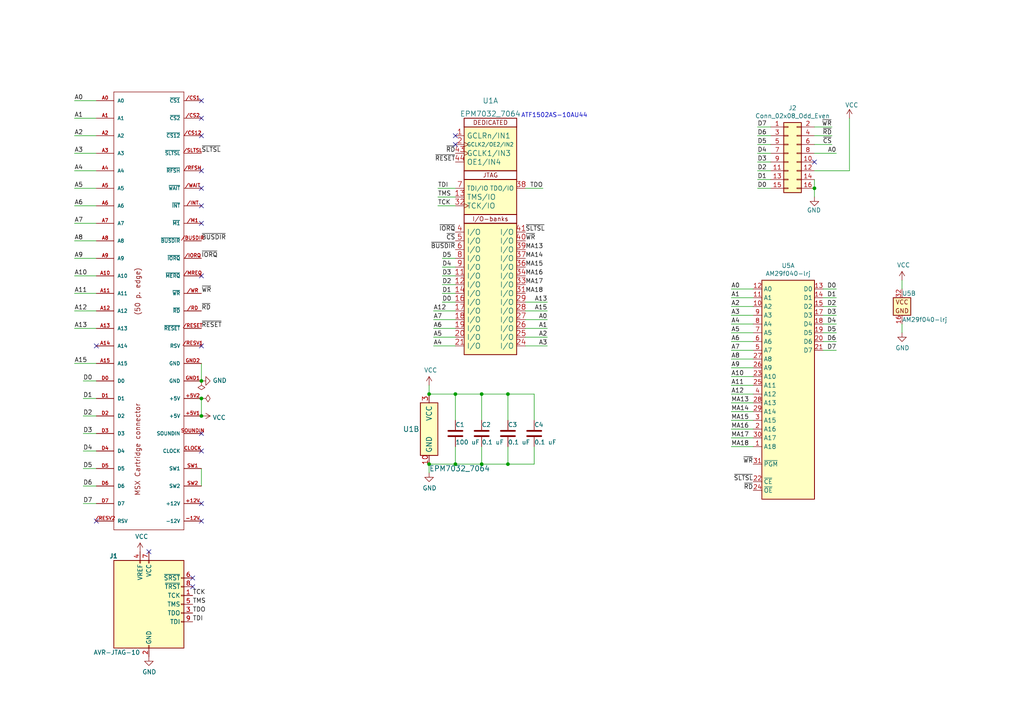
<source format=kicad_sch>
(kicad_sch (version 20211123) (generator eeschema)
  (paper "A4")
  (lib_symbols
    (symbol "AM29f040-lrj_1"
      (property "Reference" "U" (at -10.16 35.56 0))
      (property "Value" "AM29f040-lrj_1" (at 0 -31.75 0))
      (symbol "AM29f040-lrj_1_1_1"
        (rectangle (start -7.62 33.02) (end 7.62 -30.48) (stroke (width 0.254)) (fill (type background)))
        (pin input line (at -10.16 -15.24 0) (length 2.54) (name "A18") (number "1"))
        (pin input line (at -10.16 25.4 0) (length 2.54) (name "A2") (number "10"))
        (pin input line (at -10.16 27.94 0) (length 2.54) (name "A1") (number "11"))
        (pin input line (at -10.16 30.48 0) (length 2.54) (name "A0") (number "12"))
        (pin tri_state line (at 10.16 30.48 180) (length 2.54) (name "D0") (number "13"))
        (pin tri_state line (at 10.16 27.94 180) (length 2.54) (name "D1") (number "14"))
        (pin tri_state line (at 10.16 25.4 180) (length 2.54) (name "D2") (number "15"))
        (pin tri_state line (at 10.16 22.86 180) (length 2.54) (name "D3") (number "17"))
        (pin tri_state line (at 10.16 20.32 180) (length 2.54) (name "D4") (number "18"))
        (pin tri_state line (at 10.16 17.78 180) (length 2.54) (name "D5") (number "19"))
        (pin input line (at -10.16 -10.16 0) (length 2.54) (name "A16") (number "2"))
        (pin tri_state line (at 10.16 15.24 180) (length 2.54) (name "D6") (number "20"))
        (pin tri_state line (at 10.16 12.7 180) (length 2.54) (name "D7") (number "21"))
        (pin input line (at -10.16 -25.4 0) (length 2.54) (name "~{CE}") (number "22"))
        (pin input line (at -10.16 5.08 0) (length 2.54) (name "A10") (number "23"))
        (pin input line (at -10.16 -27.94 0) (length 2.54) (name "~{OE}") (number "24"))
        (pin input line (at -10.16 2.54 0) (length 2.54) (name "A11") (number "25"))
        (pin input line (at -10.16 7.62 0) (length 2.54) (name "A9") (number "26"))
        (pin input line (at -10.16 10.16 0) (length 2.54) (name "A8") (number "27"))
        (pin input line (at -10.16 -2.54 0) (length 2.54) (name "A13") (number "28"))
        (pin input line (at -10.16 -5.08 0) (length 2.54) (name "A14") (number "29"))
        (pin input line (at -10.16 -7.62 0) (length 2.54) (name "A15") (number "3"))
        (pin input line (at -10.16 -12.7 0) (length 2.54) (name "A17") (number "30"))
        (pin input line (at -10.16 -20.32 0) (length 2.54) (name "~{PGM}") (number "31"))
        (pin input line (at -10.16 0 0) (length 2.54) (name "A12") (number "4"))
        (pin input line (at -10.16 12.7 0) (length 2.54) (name "A7") (number "5"))
        (pin input line (at -10.16 15.24 0) (length 2.54) (name "A6") (number "6"))
        (pin input line (at -10.16 17.78 0) (length 2.54) (name "A5") (number "7"))
        (pin input line (at -10.16 20.32 0) (length 2.54) (name "A4") (number "8"))
        (pin input line (at -10.16 22.86 0) (length 2.54) (name "A3") (number "9"))
      )
      (symbol "AM29f040-lrj_1_2_0"
        (text "GND" (at 0 -1.27 0) (effects (font (size 1.27 1.27))))
        (pin power_in line (at 0 -5.08 90) (length 2.54) (name "GND") (number "16"))
        (pin power_in line (at 0 5.08 270) (length 2.54) (name "VCC") (number "32"))
      )
      (symbol "AM29f040-lrj_1_2_1"
        (rectangle (start -2.54 2.54) (end 2.54 -2.54) (stroke (width 0.254)) (fill (type background)))
        (text "VCC" (at 0 1.27 0) (effects (font (size 1.27 1.27))))
      )
    )
    (symbol "Connector:AVR-JTAG-10" (pin_names (offset 1.016))
      (property "Reference" "J" (at -8.89 13.97 0))
      (property "Value" "AVR-JTAG-10" (at 1.27 13.97 0))
      (symbol "AVR-JTAG-10_0_1"
        (rectangle (start -2.667 12.7) (end -2.413 11.938))
        (rectangle (start -0.127 -11.938) (end 0.127 -12.7))
        (rectangle (start -0.127 12.7) (end 0.127 11.938))
        (rectangle (start 10.16 -4.953) (end 9.398 -5.207))
        (rectangle (start 10.16 -2.413) (end 9.398 -2.667))
        (rectangle (start 10.16 0.127) (end 9.398 -0.127))
        (rectangle (start 10.16 2.667) (end 9.398 2.413))
        (rectangle (start 10.16 5.207) (end 9.398 4.953))
        (rectangle (start 10.16 7.747) (end 9.398 7.493))
        (rectangle (start 10.16 12.7) (end -10.16 -12.7) (stroke (width 0.254)) (fill (type background)))
      )
      (symbol "AVR-JTAG-10_1_1"
        (pin passive line (at 12.7 2.54 180) (length 2.54) (name "TCK") (number "1"))
        (pin passive line (at 0 -15.24 90) (length 2.54) hide (name "GND") (number "10"))
        (pin passive line (at 0 -15.24 90) (length 2.54) (name "GND") (number "2"))
        (pin passive line (at 12.7 -2.54 180) (length 2.54) (name "TDO") (number "3"))
        (pin passive line (at -2.54 15.24 270) (length 2.54) (name "VREF") (number "4"))
        (pin passive line (at 12.7 0 180) (length 2.54) (name "TMS") (number "5"))
        (pin passive line (at 12.7 7.62 180) (length 2.54) (name "~{SRST}") (number "6"))
        (pin passive line (at 0 15.24 270) (length 2.54) (name "VCC") (number "7"))
        (pin passive line (at 12.7 5.08 180) (length 2.54) (name "~{TRST}") (number "8"))
        (pin passive line (at 12.7 -5.08 180) (length 2.54) (name "TDI") (number "9"))
      )
    )
    (symbol "Connector_Generic:Conn_02x08_Odd_Even" (pin_names (offset 1.016) hide)
      (property "Reference" "J" (at 1.27 10.16 0))
      (property "Value" "Conn_02x08_Odd_Even" (at 1.27 -12.7 0))
      (symbol "Conn_02x08_Odd_Even_1_1"
        (rectangle (start -1.27 -10.033) (end 0 -10.287) (stroke (width 0.1524)))
        (rectangle (start -1.27 -7.493) (end 0 -7.747) (stroke (width 0.1524)))
        (rectangle (start -1.27 -4.953) (end 0 -5.207) (stroke (width 0.1524)))
        (rectangle (start -1.27 -2.413) (end 0 -2.667) (stroke (width 0.1524)))
        (rectangle (start -1.27 0.127) (end 0 -0.127) (stroke (width 0.1524)))
        (rectangle (start -1.27 2.667) (end 0 2.413) (stroke (width 0.1524)))
        (rectangle (start -1.27 5.207) (end 0 4.953) (stroke (width 0.1524)))
        (rectangle (start -1.27 7.747) (end 0 7.493) (stroke (width 0.1524)))
        (rectangle (start -1.27 8.89) (end 3.81 -11.43) (stroke (width 0.254)) (fill (type background)))
        (rectangle (start 3.81 -10.033) (end 2.54 -10.287) (stroke (width 0.1524)))
        (rectangle (start 3.81 -7.493) (end 2.54 -7.747) (stroke (width 0.1524)))
        (rectangle (start 3.81 -4.953) (end 2.54 -5.207) (stroke (width 0.1524)))
        (rectangle (start 3.81 -2.413) (end 2.54 -2.667) (stroke (width 0.1524)))
        (rectangle (start 3.81 0.127) (end 2.54 -0.127) (stroke (width 0.1524)))
        (rectangle (start 3.81 2.667) (end 2.54 2.413) (stroke (width 0.1524)))
        (rectangle (start 3.81 5.207) (end 2.54 4.953) (stroke (width 0.1524)))
        (rectangle (start 3.81 7.747) (end 2.54 7.493) (stroke (width 0.1524)))
        (pin passive line (at -5.08 7.62 0) (length 3.81) (name "Pin_1") (number "1"))
        (pin passive line (at 7.62 -2.54 180) (length 3.81) (name "Pin_10") (number "10"))
        (pin passive line (at -5.08 -5.08 0) (length 3.81) (name "Pin_11") (number "11"))
        (pin passive line (at 7.62 -5.08 180) (length 3.81) (name "Pin_12") (number "12"))
        (pin passive line (at -5.08 -7.62 0) (length 3.81) (name "Pin_13") (number "13"))
        (pin passive line (at 7.62 -7.62 180) (length 3.81) (name "Pin_14") (number "14"))
        (pin passive line (at -5.08 -10.16 0) (length 3.81) (name "Pin_15") (number "15"))
        (pin passive line (at 7.62 -10.16 180) (length 3.81) (name "Pin_16") (number "16"))
        (pin passive line (at 7.62 7.62 180) (length 3.81) (name "Pin_2") (number "2"))
        (pin passive line (at -5.08 5.08 0) (length 3.81) (name "Pin_3") (number "3"))
        (pin passive line (at 7.62 5.08 180) (length 3.81) (name "Pin_4") (number "4"))
        (pin passive line (at -5.08 2.54 0) (length 3.81) (name "Pin_5") (number "5"))
        (pin passive line (at 7.62 2.54 180) (length 3.81) (name "Pin_6") (number "6"))
        (pin passive line (at -5.08 0 0) (length 3.81) (name "Pin_7") (number "7"))
        (pin passive line (at 7.62 0 180) (length 3.81) (name "Pin_8") (number "8"))
        (pin passive line (at -5.08 -2.54 0) (length 3.81) (name "Pin_9") (number "9"))
      )
    )
    (symbol "Device:C" (pin_numbers hide) (pin_names (offset 0.254))
      (property "Reference" "C" (at 0.635 2.54 0))
      (property "Value" "C" (at 0.635 -2.54 0))
      (symbol "C_0_1"
        (polyline (pts (xy -2.032 -0.762) (xy 2.032 -0.762)) (stroke (width 0.508)))
        (polyline (pts (xy -2.032 0.762) (xy 2.032 0.762)) (stroke (width 0.508)))
      )
      (symbol "C_1_1"
        (pin passive line (at 0 3.81 270) (length 2.794) (name "~") (number "1"))
        (pin passive line (at 0 -3.81 90) (length 2.794) (name "~") (number "2"))
      )
    )
    (symbol "EPM7032_7064_1" (pin_names (offset 0.762))
      (property "Reference" "U" (at 12.7 35.56 0))
      (property "Value" "EPM7032_7064_1" (at 27.94 5.08 0))
      (symbol "EPM7032_7064_1_1_0"
        (text "DEDICATED" (at 0 34.29 0) (effects (font (size 1.27 1.27))))
        (text "I/O-banks" (at 0 6.35 0) (effects (font (size 1.27 1.27))))
        (text "JTAG" (at 0 19.05 0) (effects (font (size 1.27 1.27))))
      )
      (symbol "EPM7032_7064_1_1_1"
        (rectangle (start -7.62 5.08) (end 7.62 -33.02) (stroke (width 0.254)) (fill (type background)))
        (rectangle (start -7.62 7.62) (end 7.62 5.08) (stroke (width 0.254)))
        (rectangle (start -7.62 17.78) (end 7.62 7.62) (stroke (width 0.254)) (fill (type background)))
        (rectangle (start -7.62 20.32) (end 7.62 17.78) (stroke (width 0.254)))
        (rectangle (start -7.62 33.02) (end 7.62 20.32) (stroke (width 0.254)) (fill (type background)))
        (rectangle (start -7.62 35.56) (end 7.62 33.02) (stroke (width 0.254)))
        (pin input line (at -10.16 30.48 0) (length 2.54) (name "GCLRn/IN1") (number "1"))
        (pin bidirectional line (at -10.16 -10.16 0) (length 2.54) (name "I/O") (number "11"))
        (pin bidirectional line (at -10.16 -12.7 0) (length 2.54) (name "I/O") (number "12"))
        (pin bidirectional line (at -10.16 12.7 0) (length 2.54) (name "TMS/IO") (number "13"))
        (pin bidirectional line (at -10.16 -15.24 0) (length 2.54) (name "I/O") (number "14"))
        (pin bidirectional line (at -10.16 -17.78 0) (length 2.54) (name "I/O") (number "16"))
        (pin bidirectional line (at -10.16 -20.32 0) (length 2.54) (name "I/O") (number "17"))
        (pin bidirectional line (at -10.16 -22.86 0) (length 2.54) (name "I/O") (number "18"))
        (pin bidirectional line (at -10.16 -25.4 0) (length 2.54) (name "I/O") (number "19"))
        (pin input clock (at -10.16 27.94 0) (length 2.54) (name "GCLK2/OE2/IN2") (number "2"))
        (pin bidirectional line (at -10.16 -27.94 0) (length 2.54) (name "I/O") (number "20"))
        (pin bidirectional line (at -10.16 -30.48 0) (length 2.54) (name "I/O") (number "21"))
        (pin bidirectional line (at 10.16 -30.48 180) (length 2.54) (name "I/O") (number "24"))
        (pin bidirectional line (at 10.16 -27.94 180) (length 2.54) (name "I/O") (number "25"))
        (pin bidirectional line (at 10.16 -25.4 180) (length 2.54) (name "I/O") (number "26"))
        (pin bidirectional line (at 10.16 -22.86 180) (length 2.54) (name "I/O") (number "27"))
        (pin bidirectional line (at 10.16 -20.32 180) (length 2.54) (name "I/O") (number "28"))
        (pin bidirectional line (at 10.16 -17.78 180) (length 2.54) (name "I/O") (number "29"))
        (pin bidirectional line (at 10.16 -15.24 180) (length 2.54) (name "I/O") (number "31"))
        (pin bidirectional clock (at -10.16 10.16 0) (length 2.54) (name "TCK/IO") (number "32"))
        (pin bidirectional line (at 10.16 -12.7 180) (length 2.54) (name "I/O") (number "33"))
        (pin bidirectional line (at 10.16 -10.16 180) (length 2.54) (name "I/O") (number "34"))
        (pin bidirectional line (at 10.16 -7.62 180) (length 2.54) (name "I/O") (number "36"))
        (pin bidirectional line (at 10.16 -5.08 180) (length 2.54) (name "I/O") (number "37"))
        (pin bidirectional line (at 10.16 15.24 180) (length 2.54) (name "TDO/IO") (number "38"))
        (pin bidirectional line (at 10.16 -2.54 180) (length 2.54) (name "I/O") (number "39"))
        (pin bidirectional line (at -10.16 2.54 0) (length 2.54) (name "I/O") (number "4"))
        (pin bidirectional line (at 10.16 0 180) (length 2.54) (name "I/O") (number "40"))
        (pin bidirectional line (at 10.16 2.54 180) (length 2.54) (name "I/O") (number "41"))
        (pin input clock (at -10.16 25.4 0) (length 2.54) (name "GCLK1/IN3") (number "43"))
        (pin input line (at -10.16 22.86 0) (length 2.54) (name "OE1/IN4") (number "44"))
        (pin bidirectional line (at -10.16 0 0) (length 2.54) (name "I/O") (number "5"))
        (pin bidirectional line (at -10.16 -2.54 0) (length 2.54) (name "I/O") (number "6"))
        (pin bidirectional line (at -10.16 15.24 0) (length 2.54) (name "TDI/IO") (number "7"))
        (pin bidirectional line (at -10.16 -5.08 0) (length 2.54) (name "I/O") (number "8"))
        (pin bidirectional line (at -10.16 -7.62 0) (length 2.54) (name "I/O") (number "9"))
      )
      (symbol "EPM7032_7064_1_2_1"
        (rectangle (start -2.54 7.62) (end 2.54 -7.62) (stroke (width 0.254)) (fill (type background)))
        (pin power_in line (at 0 -10.16 90) (length 2.54) (name "GND") (number "10"))
        (pin passive line (at 0 10.16 270) (length 2.54) hide (name "VCC") (number "15"))
        (pin passive line (at 0 -10.16 90) (length 2.54) hide (name "GND") (number "22"))
        (pin passive line (at 0 10.16 270) (length 2.54) hide (name "VCC") (number "23"))
        (pin power_in line (at 0 10.16 270) (length 2.54) (name "VCC") (number "3"))
        (pin passive line (at 0 -10.16 90) (length 2.54) hide (name "GND") (number "30"))
        (pin passive line (at 0 10.16 270) (length 2.54) hide (name "VCC") (number "35"))
        (pin passive line (at 0 -10.16 90) (length 2.54) hide (name "GND") (number "42"))
      )
    )
    (symbol "MSX_USB:AM29f040-lrj"
      (property "Reference" "U" (at -10.16 35.56 0))
      (property "Value" "AM29f040-lrj" (at 0 -31.75 0))
      (symbol "AM29f040-lrj_1_1"
        (rectangle (start -7.62 33.02) (end 7.62 -30.48) (stroke (width 0.254)) (fill (type background)))
        (pin input line (at -10.16 -15.24 0) (length 2.54) (name "A18") (number "1"))
        (pin input line (at -10.16 25.4 0) (length 2.54) (name "A2") (number "10"))
        (pin input line (at -10.16 27.94 0) (length 2.54) (name "A1") (number "11"))
        (pin input line (at -10.16 30.48 0) (length 2.54) (name "A0") (number "12"))
        (pin tri_state line (at 10.16 30.48 180) (length 2.54) (name "D0") (number "13"))
        (pin tri_state line (at 10.16 27.94 180) (length 2.54) (name "D1") (number "14"))
        (pin tri_state line (at 10.16 25.4 180) (length 2.54) (name "D2") (number "15"))
        (pin tri_state line (at 10.16 22.86 180) (length 2.54) (name "D3") (number "17"))
        (pin tri_state line (at 10.16 20.32 180) (length 2.54) (name "D4") (number "18"))
        (pin tri_state line (at 10.16 17.78 180) (length 2.54) (name "D5") (number "19"))
        (pin input line (at -10.16 -10.16 0) (length 2.54) (name "A16") (number "2"))
        (pin tri_state line (at 10.16 15.24 180) (length 2.54) (name "D6") (number "20"))
        (pin tri_state line (at 10.16 12.7 180) (length 2.54) (name "D7") (number "21"))
        (pin input line (at -10.16 -25.4 0) (length 2.54) (name "~{CE}") (number "22"))
        (pin input line (at -10.16 5.08 0) (length 2.54) (name "A10") (number "23"))
        (pin input line (at -10.16 -27.94 0) (length 2.54) (name "~{OE}") (number "24"))
        (pin input line (at -10.16 2.54 0) (length 2.54) (name "A11") (number "25"))
        (pin input line (at -10.16 7.62 0) (length 2.54) (name "A9") (number "26"))
        (pin input line (at -10.16 10.16 0) (length 2.54) (name "A8") (number "27"))
        (pin input line (at -10.16 -2.54 0) (length 2.54) (name "A13") (number "28"))
        (pin input line (at -10.16 -5.08 0) (length 2.54) (name "A14") (number "29"))
        (pin input line (at -10.16 -7.62 0) (length 2.54) (name "A15") (number "3"))
        (pin input line (at -10.16 -12.7 0) (length 2.54) (name "A17") (number "30"))
        (pin input line (at -10.16 -20.32 0) (length 2.54) (name "~{PGM}") (number "31"))
        (pin input line (at -10.16 0 0) (length 2.54) (name "A12") (number "4"))
        (pin input line (at -10.16 12.7 0) (length 2.54) (name "A7") (number "5"))
        (pin input line (at -10.16 15.24 0) (length 2.54) (name "A6") (number "6"))
        (pin input line (at -10.16 17.78 0) (length 2.54) (name "A5") (number "7"))
        (pin input line (at -10.16 20.32 0) (length 2.54) (name "A4") (number "8"))
        (pin input line (at -10.16 22.86 0) (length 2.54) (name "A3") (number "9"))
      )
      (symbol "AM29f040-lrj_2_0"
        (text "GND" (at 0 -1.27 0) (effects (font (size 1.27 1.27))))
        (pin power_in line (at 0 -5.08 90) (length 2.54) (name "GND") (number "16"))
        (pin power_in line (at 0 5.08 270) (length 2.54) (name "VCC") (number "32"))
      )
      (symbol "AM29f040-lrj_2_1"
        (rectangle (start -2.54 2.54) (end 2.54 -2.54) (stroke (width 0.254)) (fill (type background)))
        (text "VCC" (at 0 1.27 0) (effects (font (size 1.27 1.27))))
      )
    )
    (symbol "MSX_USB:EPM7032_7064" (pin_names (offset 0.762))
      (property "Reference" "U" (at 12.7 35.56 0))
      (property "Value" "EPM7032_7064" (at 27.94 5.08 0))
      (symbol "EPM7032_7064_1_0"
        (text "DEDICATED" (at 0 34.29 0) (effects (font (size 1.27 1.27))))
        (text "I/O-banks" (at 0 6.35 0) (effects (font (size 1.27 1.27))))
        (text "JTAG" (at 0 19.05 0) (effects (font (size 1.27 1.27))))
      )
      (symbol "EPM7032_7064_1_1"
        (rectangle (start -7.62 5.08) (end 7.62 -33.02) (stroke (width 0.254)) (fill (type background)))
        (rectangle (start -7.62 7.62) (end 7.62 5.08) (stroke (width 0.254)))
        (rectangle (start -7.62 17.78) (end 7.62 7.62) (stroke (width 0.254)) (fill (type background)))
        (rectangle (start -7.62 20.32) (end 7.62 17.78) (stroke (width 0.254)))
        (rectangle (start -7.62 33.02) (end 7.62 20.32) (stroke (width 0.254)) (fill (type background)))
        (rectangle (start -7.62 35.56) (end 7.62 33.02) (stroke (width 0.254)))
        (pin input line (at -10.16 30.48 0) (length 2.54) (name "GCLRn/IN1") (number "1"))
        (pin bidirectional line (at -10.16 -10.16 0) (length 2.54) (name "I/O") (number "11"))
        (pin bidirectional line (at -10.16 -12.7 0) (length 2.54) (name "I/O") (number "12"))
        (pin bidirectional line (at -10.16 12.7 0) (length 2.54) (name "TMS/IO") (number "13"))
        (pin bidirectional line (at -10.16 -15.24 0) (length 2.54) (name "I/O") (number "14"))
        (pin bidirectional line (at -10.16 -17.78 0) (length 2.54) (name "I/O") (number "16"))
        (pin bidirectional line (at -10.16 -20.32 0) (length 2.54) (name "I/O") (number "17"))
        (pin bidirectional line (at -10.16 -22.86 0) (length 2.54) (name "I/O") (number "18"))
        (pin bidirectional line (at -10.16 -25.4 0) (length 2.54) (name "I/O") (number "19"))
        (pin input clock (at -10.16 27.94 0) (length 2.54) (name "GCLK2/OE2/IN2") (number "2"))
        (pin bidirectional line (at -10.16 -27.94 0) (length 2.54) (name "I/O") (number "20"))
        (pin bidirectional line (at -10.16 -30.48 0) (length 2.54) (name "I/O") (number "21"))
        (pin bidirectional line (at 10.16 -30.48 180) (length 2.54) (name "I/O") (number "24"))
        (pin bidirectional line (at 10.16 -27.94 180) (length 2.54) (name "I/O") (number "25"))
        (pin bidirectional line (at 10.16 -25.4 180) (length 2.54) (name "I/O") (number "26"))
        (pin bidirectional line (at 10.16 -22.86 180) (length 2.54) (name "I/O") (number "27"))
        (pin bidirectional line (at 10.16 -20.32 180) (length 2.54) (name "I/O") (number "28"))
        (pin bidirectional line (at 10.16 -17.78 180) (length 2.54) (name "I/O") (number "29"))
        (pin bidirectional line (at 10.16 -15.24 180) (length 2.54) (name "I/O") (number "31"))
        (pin bidirectional clock (at -10.16 10.16 0) (length 2.54) (name "TCK/IO") (number "32"))
        (pin bidirectional line (at 10.16 -12.7 180) (length 2.54) (name "I/O") (number "33"))
        (pin bidirectional line (at 10.16 -10.16 180) (length 2.54) (name "I/O") (number "34"))
        (pin bidirectional line (at 10.16 -7.62 180) (length 2.54) (name "I/O") (number "36"))
        (pin bidirectional line (at 10.16 -5.08 180) (length 2.54) (name "I/O") (number "37"))
        (pin bidirectional line (at 10.16 15.24 180) (length 2.54) (name "TDO/IO") (number "38"))
        (pin bidirectional line (at 10.16 -2.54 180) (length 2.54) (name "I/O") (number "39"))
        (pin bidirectional line (at -10.16 2.54 0) (length 2.54) (name "I/O") (number "4"))
        (pin bidirectional line (at 10.16 0 180) (length 2.54) (name "I/O") (number "40"))
        (pin bidirectional line (at 10.16 2.54 180) (length 2.54) (name "I/O") (number "41"))
        (pin input clock (at -10.16 25.4 0) (length 2.54) (name "GCLK1/IN3") (number "43"))
        (pin input line (at -10.16 22.86 0) (length 2.54) (name "OE1/IN4") (number "44"))
        (pin bidirectional line (at -10.16 0 0) (length 2.54) (name "I/O") (number "5"))
        (pin bidirectional line (at -10.16 -2.54 0) (length 2.54) (name "I/O") (number "6"))
        (pin bidirectional line (at -10.16 15.24 0) (length 2.54) (name "TDI/IO") (number "7"))
        (pin bidirectional line (at -10.16 -5.08 0) (length 2.54) (name "I/O") (number "8"))
        (pin bidirectional line (at -10.16 -7.62 0) (length 2.54) (name "I/O") (number "9"))
      )
      (symbol "EPM7032_7064_2_1"
        (rectangle (start -2.54 7.62) (end 2.54 -7.62) (stroke (width 0.254)) (fill (type background)))
        (pin power_in line (at 0 -10.16 90) (length 2.54) (name "GND") (number "10"))
        (pin passive line (at 0 10.16 270) (length 2.54) hide (name "VCC") (number "15"))
        (pin passive line (at 0 -10.16 90) (length 2.54) hide (name "GND") (number "22"))
        (pin passive line (at 0 10.16 270) (length 2.54) hide (name "VCC") (number "23"))
        (pin power_in line (at 0 10.16 270) (length 2.54) (name "VCC") (number "3"))
        (pin passive line (at 0 -10.16 90) (length 2.54) hide (name "GND") (number "30"))
        (pin passive line (at 0 10.16 270) (length 2.54) hide (name "VCC") (number "35"))
        (pin passive line (at 0 -10.16 90) (length 2.54) hide (name "GND") (number "42"))
      )
    )
    (symbol "MSX_USB:MSX_CON" (pin_names (offset 1.016)) (in_bom no)
      (symbol "MSX_CON_1_0"
        (polyline (pts (xy -58.42 -10.16) (xy 68.58 -10.16)))
        (polyline (pts (xy -58.42 10.16) (xy -58.42 -10.16)))
        (polyline (pts (xy 68.58 -10.16) (xy 68.58 10.16)))
        (polyline (pts (xy 68.58 10.16) (xy -58.42 10.16)))
        (text "(50 p. edge)" (at 10.7442 3.2512 0) (effects (font (size 1.4224 1.4224))))
        (text "MSX Cartridge connector" (at -35.0774 3.2512 0) (effects (font (size 1.4224 1.4224))))
      )
      (symbol "MSX_CON_1_1"
        (pin power_out line (at -50.8 -15.24 90) (length 5.08) (name "+12V") (number "+12V"))
        (pin power_in line (at -25.4 -15.24 90) (length 5.08) (name "+5V") (number "+5V1"))
        (pin power_in line (at -20.32 -15.24 90) (length 5.08) (name "+5V") (number "+5V2"))
        (pin power_out line (at -55.88 -15.24 90) (length 5.08) (name "-12V") (number "-12V"))
        (pin input line (at 25.4 -15.24 90) (length 5.08) (name "~{BUSDIR}") (number "/BUSDIR"))
        (pin output line (at 66.04 -15.24 90) (length 5.08) (name "~{CS1}") (number "/CS1"))
        (pin output line (at 55.88 -15.24 90) (length 5.08) (name "~{CS12}") (number "/CS12"))
        (pin output line (at 60.96 -15.24 90) (length 5.08) (name "~{CS2}") (number "/CS2"))
        (pin input line (at 35.56 -15.24 90) (length 5.08) (name "~{INT}") (number "/INT"))
        (pin output line (at 20.32 -15.24 90) (length 5.08) (name "~{IORQ}") (number "/IORQ"))
        (pin output line (at 30.48 -15.24 90) (length 5.08) (name "~{M1}") (number "/M1"))
        (pin output line (at 15.24 -15.24 90) (length 5.08) (name "~{MERQ}") (number "/MREQ"))
        (pin output line (at 5.08 -15.24 90) (length 5.08) (name "~{RD}") (number "/RD"))
        (pin output line (at 0 -15.24 90) (length 5.08) (name "~{RESET}") (number "/RESET"))
        (pin unspecified line (at -5.08 -15.24 90) (length 5.08) (name "RSV") (number "/RESV1"))
        (pin unspecified line (at -55.88 15.24 270) (length 5.08) (name "RSV") (number "/RESV2"))
        (pin output line (at 45.72 -15.24 90) (length 5.08) (name "~{RFSH}") (number "/RFSH"))
        (pin output line (at 50.8 -15.24 90) (length 5.08) (name "~{SLTSL}") (number "/SLTSL"))
        (pin input line (at 40.64 -15.24 90) (length 5.08) (name "~{WAIT}") (number "/WAIT"))
        (pin output line (at 10.16 -15.24 90) (length 5.08) (name "~{WR}") (number "/WR"))
        (pin output line (at 66.04 15.24 270) (length 5.08) (name "A0") (number "A0"))
        (pin output line (at 60.96 15.24 270) (length 5.08) (name "A1") (number "A1"))
        (pin output line (at 15.24 15.24 270) (length 5.08) (name "A10") (number "A10"))
        (pin output line (at 10.16 15.24 270) (length 5.08) (name "A11") (number "A11"))
        (pin output line (at 5.08 15.24 270) (length 5.08) (name "A12") (number "A12"))
        (pin output line (at 0 15.24 270) (length 5.08) (name "A13") (number "A13"))
        (pin output line (at -5.08 15.24 270) (length 5.08) (name "A14") (number "A14"))
        (pin output line (at -10.16 15.24 270) (length 5.08) (name "A15") (number "A15"))
        (pin output line (at 55.88 15.24 270) (length 5.08) (name "A2") (number "A2"))
        (pin output line (at 50.8 15.24 270) (length 5.08) (name "A3") (number "A3"))
        (pin output line (at 45.72 15.24 270) (length 5.08) (name "A4") (number "A4"))
        (pin output line (at 40.64 15.24 270) (length 5.08) (name "A5") (number "A5"))
        (pin output line (at 35.56 15.24 270) (length 5.08) (name "A6") (number "A6"))
        (pin output line (at 30.48 15.24 270) (length 5.08) (name "A7") (number "A7"))
        (pin output line (at 25.4 15.24 270) (length 5.08) (name "A8") (number "A8"))
        (pin output line (at 20.32 15.24 270) (length 5.08) (name "A9") (number "A9"))
        (pin output line (at -35.56 -15.24 90) (length 5.08) (name "CLOCK") (number "CLOCK"))
        (pin bidirectional line (at -15.24 15.24 270) (length 5.08) (name "D0") (number "D0"))
        (pin bidirectional line (at -20.32 15.24 270) (length 5.08) (name "D1") (number "D1"))
        (pin bidirectional line (at -25.4 15.24 270) (length 5.08) (name "D2") (number "D2"))
        (pin bidirectional line (at -30.48 15.24 270) (length 5.08) (name "D3") (number "D3"))
        (pin bidirectional line (at -35.56 15.24 270) (length 5.08) (name "D4") (number "D4"))
        (pin bidirectional line (at -40.64 15.24 270) (length 5.08) (name "D5") (number "D5"))
        (pin bidirectional line (at -45.72 15.24 270) (length 5.08) (name "D6") (number "D6"))
        (pin bidirectional line (at -50.8 15.24 270) (length 5.08) (name "D7") (number "D7"))
        (pin power_in line (at -15.24 -15.24 90) (length 5.08) (name "GND") (number "GND1"))
        (pin power_in line (at -10.16 -15.24 90) (length 5.08) (name "GND") (number "GND2"))
        (pin input line (at -30.48 -15.24 90) (length 5.08) (name "SOUNDIN") (number "SOUNDIN"))
        (pin passive line (at -40.64 -15.24 90) (length 5.08) (name "SW1") (number "SW1"))
        (pin passive line (at -45.72 -15.24 90) (length 5.08) (name "SW2") (number "SW2"))
      )
    )
    (symbol "power:GND" (power) (pin_names (offset 0))
      (property "Value" "GND" (at 0 -3.81 0))
      (symbol "GND_0_1"
        (polyline (pts (xy 0 0) (xy 0 -1.27) (xy 1.27 -1.27) (xy 0 -2.54) (xy -1.27 -1.27) (xy 0 -1.27)))
      )
      (symbol "GND_1_1"
        (pin power_in line (at 0 0 270) (length 0) hide (name "GND") (number "1"))
      )
    )
    (symbol "power:PWR_FLAG" (power) (pin_numbers hide) (pin_names (offset 0) hide)
      (property "Value" "PWR_FLAG" (at 0 3.81 0))
      (symbol "PWR_FLAG_0_0"
        (pin power_out line (at 0 0 90) (length 0) (name "pwr") (number "1"))
      )
      (symbol "PWR_FLAG_0_1"
        (polyline (pts (xy 0 0) (xy 0 1.27) (xy -1.016 1.905) (xy 0 2.54) (xy 1.016 1.905) (xy 0 1.27)))
      )
    )
    (symbol "power:VCC" (power) (pin_names (offset 0))
      (property "Value" "VCC" (at 0 3.81 0))
      (symbol "VCC_0_1"
        (polyline (pts (xy -0.762 1.27) (xy 0 2.54)))
        (polyline (pts (xy 0 0) (xy 0 2.54)))
        (polyline (pts (xy 0 2.54) (xy 0.762 1.27)))
      )
      (symbol "VCC_1_1"
        (pin power_in line (at 0 0 90) (length 0) hide (name "VCC") (number "1"))
      )
    )
  )
  (junction (at 58.42 110.49))
  (junction (at 147.32 134.62))
  (junction (at 132.08 134.62))
  (junction (at 139.7 134.62))
  (junction (at 124.46 114.3))
  (junction (at 58.42 120.65))
  (junction (at 139.7 114.3))
  (junction (at 58.42 115.57))
  (junction (at 147.32 114.3))
  (junction (at 236.22 54.61))
  (junction (at 132.08 114.3))
  (junction (at 124.46 134.62))
  (no_connect (at 58.42 64.77))
  (no_connect (at 58.42 39.37))
  (no_connect (at 27.94 100.33))
  (no_connect (at 58.42 130.81))
  (no_connect (at 43.18 160.02))
  (no_connect (at 58.42 151.13))
  (no_connect (at 58.42 49.53))
  (no_connect (at 132.08 39.37))
  (no_connect (at 132.08 41.91))
  (no_connect (at 58.42 100.33))
  (no_connect (at 58.42 34.29))
  (no_connect (at 58.42 80.01))
  (no_connect (at 27.94 151.13))
  (no_connect (at 55.88 170.18))
  (no_connect (at 58.42 54.61))
  (no_connect (at 58.42 29.21))
  (no_connect (at 236.22 46.99))
  (no_connect (at 58.42 146.05))
  (no_connect (at 55.88 167.64))
  (no_connect (at 58.42 125.73))
  (no_connect (at 58.42 59.69))
  (wire (pts (xy 212.09 91.44) (xy 218.44 91.44)))
  (wire (pts (xy 238.76 91.44) (xy 242.57 91.44)))
  (wire (pts (xy 242.57 44.45) (xy 236.22 44.45)))
  (wire (pts (xy 27.94 135.89) (xy 24.13 135.89)))
  (wire (pts (xy 241.3 36.83) (xy 236.22 36.83)))
  (wire (pts (xy 139.7 114.3) (xy 139.7 121.92)))
  (wire (pts (xy 212.09 96.52) (xy 218.44 96.52)))
  (wire (pts (xy 158.75 95.25) (xy 152.4 95.25)))
  (wire (pts (xy 223.52 44.45) (xy 219.71 44.45)))
  (wire (pts (xy 139.7 129.54) (xy 139.7 134.62)))
  (wire (pts (xy 21.59 105.41) (xy 27.94 105.41)))
  (wire (pts (xy 21.59 29.21) (xy 27.94 29.21)))
  (wire (pts (xy 261.62 83.82) (xy 261.62 81.28)))
  (wire (pts (xy 158.75 100.33) (xy 152.4 100.33)))
  (wire (pts (xy 212.09 129.54) (xy 218.44 129.54)))
  (wire (pts (xy 154.94 129.54) (xy 154.94 134.62)))
  (wire (pts (xy 158.75 92.71) (xy 152.4 92.71)))
  (wire (pts (xy 125.73 90.17) (xy 132.08 90.17)))
  (wire (pts (xy 21.59 39.37) (xy 27.94 39.37)))
  (wire (pts (xy 238.76 93.98) (xy 242.57 93.98)))
  (wire (pts (xy 212.09 93.98) (xy 218.44 93.98)))
  (wire (pts (xy 147.32 129.54) (xy 147.32 134.62)))
  (wire (pts (xy 21.59 49.53) (xy 27.94 49.53)))
  (wire (pts (xy 212.09 101.6) (xy 218.44 101.6)))
  (wire (pts (xy 212.09 109.22) (xy 218.44 109.22)))
  (wire (pts (xy 157.48 54.61) (xy 152.4 54.61)))
  (wire (pts (xy 132.08 85.09) (xy 128.27 85.09)))
  (wire (pts (xy 246.38 49.53) (xy 236.22 49.53)))
  (wire (pts (xy 212.09 116.84) (xy 218.44 116.84)))
  (wire (pts (xy 21.59 85.09) (xy 27.94 85.09)))
  (wire (pts (xy 212.09 86.36) (xy 218.44 86.36)))
  (wire (pts (xy 27.94 120.65) (xy 24.13 120.65)))
  (wire (pts (xy 21.59 59.69) (xy 27.94 59.69)))
  (wire (pts (xy 212.09 83.82) (xy 218.44 83.82)))
  (wire (pts (xy 125.73 100.33) (xy 132.08 100.33)))
  (wire (pts (xy 21.59 95.25) (xy 27.94 95.25)))
  (wire (pts (xy 147.32 134.62) (xy 154.94 134.62)))
  (wire (pts (xy 132.08 134.62) (xy 139.7 134.62)))
  (wire (pts (xy 236.22 54.61) (xy 236.22 57.15)))
  (wire (pts (xy 27.94 110.49) (xy 24.13 110.49)))
  (wire (pts (xy 124.46 134.62) (xy 132.08 134.62)))
  (wire (pts (xy 21.59 74.93) (xy 27.94 74.93)))
  (wire (pts (xy 238.76 83.82) (xy 242.57 83.82)))
  (wire (pts (xy 212.09 119.38) (xy 218.44 119.38)))
  (wire (pts (xy 147.32 114.3) (xy 147.32 121.92)))
  (wire (pts (xy 132.08 114.3) (xy 139.7 114.3)))
  (wire (pts (xy 223.52 54.61) (xy 219.71 54.61)))
  (wire (pts (xy 27.94 140.97) (xy 24.13 140.97)))
  (wire (pts (xy 21.59 80.01) (xy 27.94 80.01)))
  (wire (pts (xy 58.42 140.97) (xy 58.42 135.89)))
  (wire (pts (xy 238.76 99.06) (xy 242.57 99.06)))
  (wire (pts (xy 27.94 146.05) (xy 24.13 146.05)))
  (wire (pts (xy 223.52 36.83) (xy 219.71 36.83)))
  (wire (pts (xy 139.7 114.3) (xy 147.32 114.3)))
  (wire (pts (xy 212.09 88.9) (xy 218.44 88.9)))
  (wire (pts (xy 21.59 54.61) (xy 27.94 54.61)))
  (wire (pts (xy 139.7 134.62) (xy 147.32 134.62)))
  (wire (pts (xy 132.08 114.3) (xy 132.08 121.92)))
  (wire (pts (xy 158.75 97.79) (xy 152.4 97.79)))
  (wire (pts (xy 238.76 101.6) (xy 242.57 101.6)))
  (wire (pts (xy 241.3 39.37) (xy 236.22 39.37)))
  (wire (pts (xy 124.46 114.3) (xy 132.08 114.3)))
  (wire (pts (xy 27.94 130.81) (xy 24.13 130.81)))
  (wire (pts (xy 212.09 99.06) (xy 218.44 99.06)))
  (wire (pts (xy 58.42 120.65) (xy 58.42 115.57)))
  (wire (pts (xy 238.76 96.52) (xy 242.57 96.52)))
  (wire (pts (xy 132.08 80.01) (xy 128.27 80.01)))
  (wire (pts (xy 21.59 69.85) (xy 27.94 69.85)))
  (wire (pts (xy 223.52 39.37) (xy 219.71 39.37)))
  (wire (pts (xy 212.09 124.46) (xy 218.44 124.46)))
  (wire (pts (xy 127 59.69) (xy 132.08 59.69)))
  (wire (pts (xy 238.76 88.9) (xy 242.57 88.9)))
  (wire (pts (xy 124.46 134.62) (xy 124.46 137.16)))
  (wire (pts (xy 132.08 87.63) (xy 128.27 87.63)))
  (wire (pts (xy 223.52 41.91) (xy 219.71 41.91)))
  (wire (pts (xy 27.94 115.57) (xy 24.13 115.57)))
  (wire (pts (xy 125.73 92.71) (xy 132.08 92.71)))
  (wire (pts (xy 125.73 97.79) (xy 132.08 97.79)))
  (wire (pts (xy 127 54.61) (xy 132.08 54.61)))
  (wire (pts (xy 21.59 44.45) (xy 27.94 44.45)))
  (wire (pts (xy 212.09 111.76) (xy 218.44 111.76)))
  (wire (pts (xy 212.09 106.68) (xy 218.44 106.68)))
  (wire (pts (xy 236.22 52.07) (xy 236.22 54.61)))
  (wire (pts (xy 125.73 95.25) (xy 132.08 95.25)))
  (wire (pts (xy 246.38 34.29) (xy 246.38 49.53)))
  (wire (pts (xy 223.52 46.99) (xy 219.71 46.99)))
  (wire (pts (xy 212.09 114.3) (xy 218.44 114.3)))
  (wire (pts (xy 132.08 134.62) (xy 132.08 129.54)))
  (wire (pts (xy 132.08 82.55) (xy 128.27 82.55)))
  (wire (pts (xy 212.09 121.92) (xy 218.44 121.92)))
  (wire (pts (xy 132.08 74.93) (xy 128.27 74.93)))
  (wire (pts (xy 21.59 34.29) (xy 27.94 34.29)))
  (wire (pts (xy 127 57.15) (xy 132.08 57.15)))
  (wire (pts (xy 154.94 121.92) (xy 154.94 114.3)))
  (wire (pts (xy 147.32 114.3) (xy 154.94 114.3)))
  (wire (pts (xy 223.52 52.07) (xy 219.71 52.07)))
  (wire (pts (xy 132.08 77.47) (xy 128.27 77.47)))
  (wire (pts (xy 261.62 96.52) (xy 261.62 93.98)))
  (wire (pts (xy 58.42 105.41) (xy 58.42 110.49)))
  (wire (pts (xy 27.94 125.73) (xy 24.13 125.73)))
  (wire (pts (xy 212.09 127) (xy 218.44 127)))
  (wire (pts (xy 223.52 49.53) (xy 219.71 49.53)))
  (wire (pts (xy 158.75 90.17) (xy 152.4 90.17)))
  (wire (pts (xy 212.09 104.14) (xy 218.44 104.14)))
  (wire (pts (xy 21.59 64.77) (xy 27.94 64.77)))
  (wire (pts (xy 236.22 41.91) (xy 241.3 41.91)))
  (wire (pts (xy 158.75 87.63) (xy 152.4 87.63)))
  (wire (pts (xy 238.76 86.36) (xy 242.57 86.36)))
  (wire (pts (xy 124.46 111.76) (xy 124.46 114.3)))
  (wire (pts (xy 21.59 90.17) (xy 27.94 90.17)))
  (text "ATF1502AS-10AU44" (at 151.13 34.29 0) (effects (font (size 1.27 1.27)) (justify left bottom)))
  (label "A15" (at 21.59 105.41 0))
  (label "D7" (at 24.13 146.05 0))
  (label "~{RD}" (at 132.08 44.45 180))
  (label "D4" (at 24.13 130.81 0))
  (label "A8" (at 212.09 104.14 0))
  (label "A4" (at 212.09 93.98 0))
  (label "A1" (at 158.75 95.25 180))
  (label "TDO" (at 55.88 177.8 0))
  (label "D7" (at 242.57 101.6 180))
  (label "TDI" (at 127 54.61 0))
  (label "A4" (at 21.59 49.53 0))
  (label "A15" (at 158.75 90.17 180))
  (label "MA14" (at 152.4 74.93 0))
  (label "D4" (at 242.57 93.98 180))
  (label "A13" (at 21.59 95.25 0))
  (label "~{RD}" (at 58.42 90.17 0))
  (label "D1" (at 128.27 85.09 0))
  (label "~{CS}" (at 132.08 69.85 180))
  (label "D2" (at 242.57 88.9 180))
  (label "MA17" (at 212.09 127 0))
  (label "TCK" (at 55.88 172.72 0))
  (label "D1" (at 242.57 86.36 180))
  (label "A0" (at 242.57 44.45 180))
  (label "TMS" (at 55.88 175.26 0))
  (label "A1" (at 212.09 86.36 0))
  (label "A8" (at 21.59 69.85 0))
  (label "A10" (at 21.59 80.01 0))
  (label "TMS" (at 127 57.15 0))
  (label "D3" (at 24.13 125.73 0))
  (label "D0" (at 219.71 54.61 0))
  (label "D1" (at 24.13 115.57 0))
  (label "A7" (at 21.59 64.77 0))
  (label "A12" (at 212.09 114.3 0))
  (label "~{SLTSL}" (at 152.4 67.31 0))
  (label "A6" (at 212.09 99.06 0))
  (label "D0" (at 24.13 110.49 0))
  (label "~{RESET}" (at 58.42 95.25 0))
  (label "D5" (at 242.57 96.52 180))
  (label "D5" (at 24.13 135.89 0))
  (label "TCK" (at 127 59.69 0))
  (label "A12" (at 21.59 90.17 0))
  (label "D2" (at 128.27 82.55 0))
  (label "TDO" (at 157.48 54.61 180))
  (label "A11" (at 21.59 85.09 0))
  (label "~{IORQ}" (at 132.08 67.31 180))
  (label "D5" (at 128.27 74.93 0))
  (label "A12" (at 125.73 90.17 0))
  (label "A3" (at 21.59 44.45 0))
  (label "D0" (at 242.57 83.82 180))
  (label "D7" (at 219.71 36.83 0))
  (label "D3" (at 242.57 91.44 180))
  (label "A5" (at 212.09 96.52 0))
  (label "D0" (at 128.27 87.63 0))
  (label "A6" (at 21.59 59.69 0))
  (label "A2" (at 21.59 39.37 0))
  (label "A10" (at 212.09 109.22 0))
  (label "A1" (at 21.59 34.29 0))
  (label "MA14" (at 212.09 119.38 0))
  (label "A0" (at 212.09 83.82 0))
  (label "D6" (at 24.13 140.97 0))
  (label "MA18" (at 212.09 129.54 0))
  (label "A6" (at 125.73 95.25 0))
  (label "MA18" (at 152.4 85.09 0))
  (label "MA16" (at 212.09 124.46 0))
  (label "~{CS}" (at 241.3 41.91 180))
  (label "A9" (at 21.59 74.93 0))
  (label "A4" (at 125.73 100.33 0))
  (label "~{SLTSL}" (at 218.44 139.7 180))
  (label "~{RD}" (at 218.44 142.24 180))
  (label "A9" (at 212.09 106.68 0))
  (label "MA17" (at 152.4 82.55 0))
  (label "~{SLTSL}" (at 58.42 44.45 0))
  (label "~{BUSDIR}" (at 132.08 72.39 180))
  (label "A5" (at 21.59 54.61 0))
  (label "A5" (at 125.73 97.79 0))
  (label "MA13" (at 212.09 116.84 0))
  (label "A7" (at 125.73 92.71 0))
  (label "TDI" (at 55.88 180.34 0))
  (label "D1" (at 219.71 52.07 0))
  (label "D5" (at 219.71 41.91 0))
  (label "A3" (at 212.09 91.44 0))
  (label "A3" (at 158.75 100.33 180))
  (label "A2" (at 212.09 88.9 0))
  (label "~{WR}" (at 152.4 69.85 0))
  (label "D3" (at 128.27 80.01 0))
  (label "MA13" (at 152.4 72.39 0))
  (label "~{RESET}" (at 132.08 46.99 180))
  (label "D6" (at 242.57 99.06 180))
  (label "~{BUSDIR}" (at 58.42 69.85 0))
  (label "~{IORQ}" (at 58.42 74.93 0))
  (label "A7" (at 212.09 101.6 0))
  (label "D2" (at 24.13 120.65 0))
  (label "A2" (at 158.75 97.79 180))
  (label "MA16" (at 152.4 80.01 0))
  (label "A0" (at 158.75 92.71 180))
  (label "D4" (at 128.27 77.47 0))
  (label "~{WR}" (at 241.3 36.83 180))
  (label "D6" (at 219.71 39.37 0))
  (label "~{RD}" (at 241.3 39.37 180))
  (label "MA15" (at 212.09 121.92 0))
  (label "~{WR}" (at 58.42 85.09 0))
  (label "D4" (at 219.71 44.45 0))
  (label "D3" (at 219.71 46.99 0))
  (label "~{WR}" (at 218.44 134.62 180))
  (label "A0" (at 21.59 29.21 0))
  (label "A13" (at 158.75 87.63 180))
  (label "A11" (at 212.09 111.76 0))
  (label "D2" (at 219.71 49.53 0))
  (label "MA15" (at 152.4 77.47 0))
  (symbol (lib_id "Connector_Generic:Conn_02x08_Odd_Even") (at 228.6 44.45 0) (unit 1)
    (property "Reference" "J2" (at 229.87 31.3182 0))
    (property "Value" "Conn_02x08_Odd_Even" (at 229.87 33.6296 0))
    (property "Footprint" "msx-usb-kicad-cpld:PinHeader_2x08_P2.54mm_Vertical" (effects hide))
  )
  (symbol (lib_id "power:VCC") (at 58.42 120.65 270) (unit 1)
    (property "Reference" "#PWR02" (effects hide))
    (property "Value" "VCC" (at 61.6458 121.1072 90) (effects (justify left)))
  )
  (symbol (lib_id "power:GND") (at 58.42 110.49 90) (unit 1)
    (property "Reference" "#PWR01" (effects hide))
    (property "Value" "GND" (at 61.6712 110.363 90) (effects (justify right)))
  )
  (symbol (lib_id "power:GND") (at 236.22 57.15 0) (unit 1)
    (property "Reference" "#PWR014" (effects hide))
    (property "Value" "GND" (at 238.125 60.96 0) (effects (justify right)))
  )
  (symbol (lib_id "power:VCC") (at 246.38 34.29 0) (unit 1)
    (property "Reference" "#PWR013" (effects hide))
    (property "Value" "VCC" (at 245.11 30.48 0) (effects (justify left)))
  )
  (symbol (lib_id "power:GND") (at 261.62 96.52 0) (unit 1)
    (property "Reference" "#PWR018" (effects hide))
    (property "Value" "GND" (at 261.747 100.9142 0))
  )
  (symbol (lib_id "power:VCC") (at 261.62 81.28 0) (unit 1)
    (property "Reference" "#PWR017" (effects hide))
    (property "Value" "VCC" (at 262.0518 76.8858 0))
  )
  (symbol (lib_id "Device:C") (at 139.7 125.73 0) (unit 1)
    (property "Reference" "C2" (at 139.7 123.19 0) (effects (justify left)))
    (property "Value" "0.1 uF" (at 139.7 128.27 0) (effects (justify left)))
    (property "Footprint" "Capacitor_SMD:C_0805_2012Metric_Pad1.15x1.40mm_HandSolder" (effects hide))
  )
  (symbol (lib_id "Device:C") (at 147.32 125.73 0) (unit 1)
    (property "Reference" "C3" (at 147.32 123.19 0) (effects (justify left)))
    (property "Value" "0.1 uF" (at 147.32 128.27 0) (effects (justify left)))
    (property "Footprint" "Capacitor_SMD:C_0805_2012Metric_Pad1.15x1.40mm_HandSolder" (effects hide))
  )
  (symbol (lib_id "Device:C") (at 154.94 125.73 0) (unit 1)
    (property "Reference" "C4" (at 154.94 123.19 0) (effects (justify left)))
    (property "Value" "0.1 uF" (at 154.94 128.27 0) (effects (justify left)))
    (property "Footprint" "Capacitor_SMD:C_0805_2012Metric_Pad1.15x1.40mm_HandSolder" (effects hide))
  )
  (symbol (lib_id "Connector:AVR-JTAG-10") (at 43.18 175.26 0) (unit 1)
    (property "Reference" "J1" (at 34.29 161.29 0) (effects (font bold) (justify right)))
    (property "Value" "AVR-JTAG-10" (at 40.64 189.23 0) (effects (justify right)))
    (property "Footprint" "msx-usb-kicad-cpld:PinHeader_2x05_P2.54mm_Vertical" (effects hide))
    (property "Datasheet" " ~" (effects hide))
  )
  (symbol (lib_id "MSX_USB:MSX_CON") (at 43.18 95.25 90) (unit 1) (in_bom no)
    (property "Reference" "EDG1" (effects hide))
    (property "Value" "MSX_CON" (effects hide))
    (property "Footprint" "msx-usb-kicad-cpld:msx-con-MSXCART" (effects hide))
  )
  (symbol (lib_id "power:VCC") (at 40.64 160.02 0) (unit 1)
    (property "Reference" "#PWR0101" (effects hide))
    (property "Value" "VCC" (at 41.0718 155.6258 0))
  )
  (symbol (lib_id "power:GND") (at 43.18 190.5 0) (unit 1)
    (property "Reference" "#PWR0102" (effects hide))
    (property "Value" "GND" (at 43.307 194.8942 0))
  )
  (symbol (lib_id "power:GND") (at 124.46 137.16 0) (unit 1)
    (property "Reference" "#PWR0103" (effects hide))
    (property "Value" "GND" (at 124.587 141.5542 0))
  )
  (symbol (lib_id "power:VCC") (at 124.46 111.76 0) (unit 1)
    (property "Reference" "#PWR0104" (effects hide))
    (property "Value" "VCC" (at 124.8918 107.3658 0))
  )
  (symbol (lib_id "Device:C") (at 132.08 125.73 0) (unit 1)
    (property "Reference" "C1" (at 132.08 123.19 0) (effects (justify left)))
    (property "Value" "100 uF" (at 132.08 128.27 0) (effects (justify left)))
    (property "Footprint" "Capacitor_SMD:CP_Elec_6.3x5.4" (effects hide))
  )
  (symbol (lib_id "power:PWR_FLAG") (at 58.42 115.57 270) (unit 1)
    (property "Reference" "#FLG0101" (effects hide))
    (property "Value" "PWR_FLAG" (effects hide))
  )
  (symbol (lib_id "power:PWR_FLAG") (at 58.42 110.49 180) (unit 1)
    (property "Reference" "#FLG0102" (effects hide))
    (property "Value" "PWR_FLAG" (effects hide))
  )
  (symbol (lib_name "AM29f040-lrj_1") (lib_id "MSX_USB:AM29f040-lrj") (at 228.6 114.3 0) (unit 1)
    (property "Reference" "U5" (at 228.6 77.0382 0))
    (property "Value" "AM29f040-lrj" (at 228.6 79.3496 0))
    (property "Footprint" "msx-usb-kicad-cpld:DIP-32_W15.24mm_Socket" (effects hide))
    (property "Datasheet" "https://datasheet.octopart.com/AM29F040-90JC-AMD-datasheet-18512040.pdf" (effects hide))
    (property "Manufacturer" "AMD" (effects hide))
    (property "MPN" "AM29f040" (effects hide))
    (property "Description" "ROM 512KB x 8 Flash" (effects hide))
  )
  (symbol (lib_id "MSX_USB:AM29f040-lrj") (at 261.62 88.9 0) (unit 2)
    (property "Reference" "U5" (at 261.62 85.09 0) (effects (justify left)))
    (property "Value" "AM29f040-lrj" (at 261.62 92.71 0) (effects (justify left)))
    (property "Footprint" "msx-usb-kicad-cpld:DIP-32_W15.24mm_Socket" (effects hide))
    (property "Datasheet" "https://datasheet.octopart.com/AM29F040-90JC-AMD-datasheet-18512040.pdf" (effects hide))
    (property "Manufacturer" "AMD" (effects hide))
    (property "MPN" "AM29f040" (effects hide))
    (property "Description" "ROM 512KB x 8 Flash" (effects hide))
  )
  (symbol (lib_name "EPM7032_7064_1") (lib_id "MSX_USB:EPM7032_7064") (at 142.24 69.85 0) (unit 1)
    (property "Reference" "U1" (at 142.24 29.21 0) (effects (font (size 1.524 1.524))))
    (property "Value" "EPM7032_7064" (at 142.24 33.02 0) (effects (font (size 1.524 1.524))))
    (property "Footprint" "msx-usb-kicad-cpld:PLCC44" (effects hide))
    (property "Datasheet" "https://www.intel.com/content/dam/www/programmable/us/en/pdfs/literature/ds/m7000a.pdf" (effects hide))
    (property "Status" "OBSOLETE" (effects hide))
    (property "Description" "CPLD, 10 nS, 125 MHz, 32 Macrocells, 36 I/O, 600 gates, 44-PLCC" (effects hide))
  )
  (symbol (lib_id "MSX_USB:EPM7032_7064") (at 124.46 124.46 0) (unit 2)
    (property "Reference" "U1" (at 116.84 124.46 0) (effects (font (size 1.524 1.524)) (justify left)))
    (property "Value" "EPM7032_7064" (at 124.46 135.89 0) (effects (font (size 1.524 1.524)) (justify left)))
    (property "Footprint" "msx-usb-kicad-cpld:PLCC44" (effects hide))
    (property "Datasheet" "https://www.intel.com/content/dam/www/programmable/us/en/pdfs/literature/ds/m7000a.pdf" (effects hide))
    (property "Status" "OBSOLETE" (effects hide))
    (property "Description" "CPLD, 10 nS, 125 MHz, 32 Macrocells, 36 I/O, 600 gates, 44-PLCC" (effects hide))
  )
)
</source>
